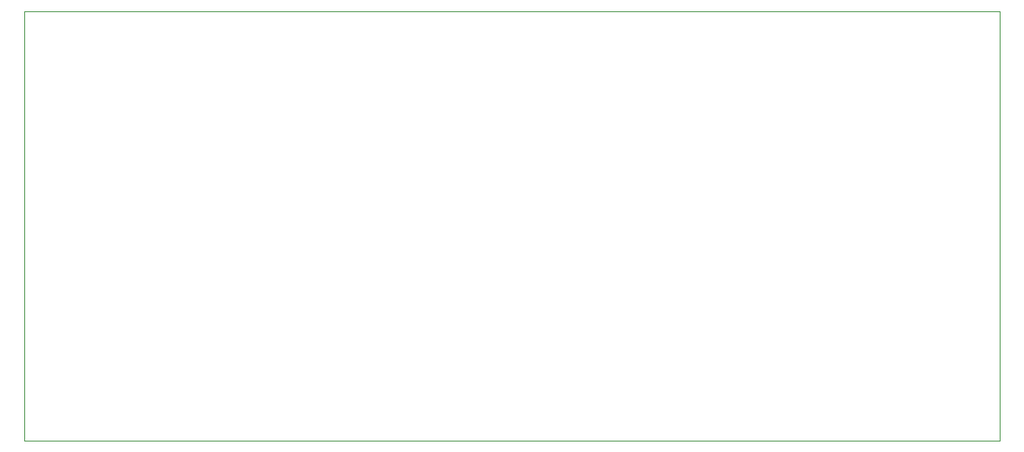
<source format=gbr>
%TF.GenerationSoftware,KiCad,Pcbnew,9.0.0*%
%TF.CreationDate,2025-05-10T16:39:55-04:00*%
%TF.ProjectId,HELPStat_V2,48454c50-5374-4617-945f-56322e6b6963,rev?*%
%TF.SameCoordinates,Original*%
%TF.FileFunction,Legend,Bot*%
%TF.FilePolarity,Positive*%
%FSLAX46Y46*%
G04 Gerber Fmt 4.6, Leading zero omitted, Abs format (unit mm)*
G04 Created by KiCad (PCBNEW 9.0.0) date 2025-05-10 16:39:55*
%MOMM*%
%LPD*%
G01*
G04 APERTURE LIST*
%TA.AperFunction,Profile*%
%ADD10C,0.050000*%
%TD*%
G04 APERTURE END LIST*
D10*
X35500000Y-89500000D02*
X137500000Y-89500000D01*
X137500000Y-134500000D01*
X35500000Y-134500000D01*
X35500000Y-89500000D01*
M02*

</source>
